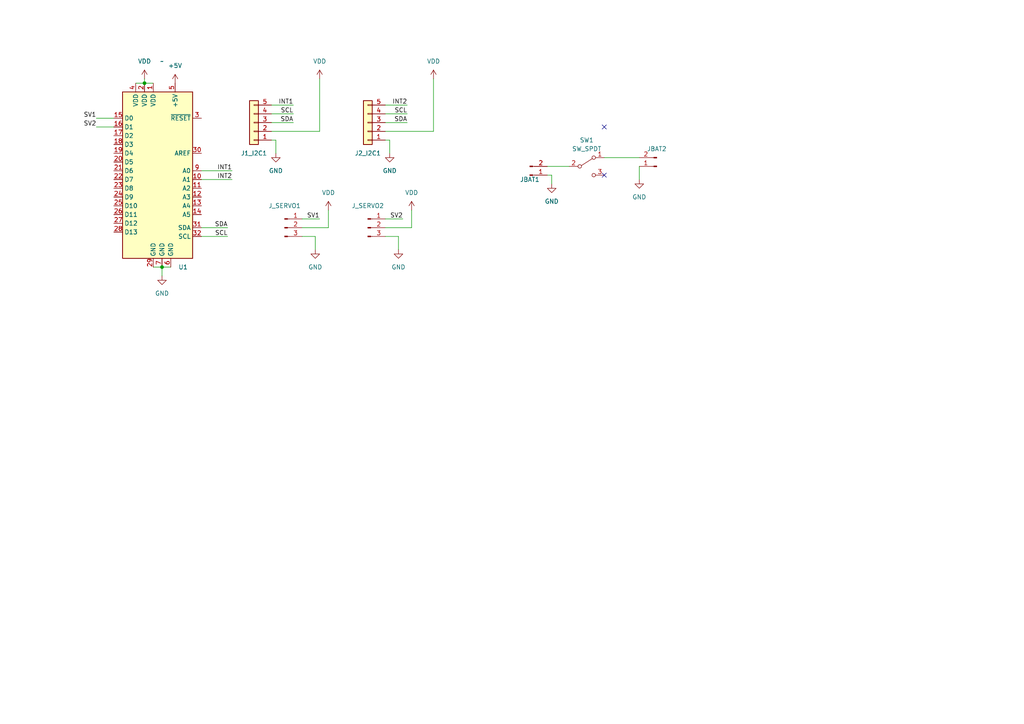
<source format=kicad_sch>
(kicad_sch (version 20230121) (generator eeschema)

  (uuid 6e4ea22b-e48d-4eca-8e34-9f313fbd2b29)

  (paper "A4")

  (lib_symbols
    (symbol "Build2Together:NRF52840_DK" (in_bom yes) (on_board yes)
      (property "Reference" "U" (at 0 6.35 0)
        (effects (font (size 1.27 1.27)))
      )
      (property "Value" "" (at 0 0 0)
        (effects (font (size 1.27 1.27)))
      )
      (property "Footprint" "" (at 0 0 0)
        (effects (font (size 1.27 1.27)) hide)
      )
      (property "Datasheet" "" (at 0 0 0)
        (effects (font (size 1.27 1.27)) hide)
      )
      (symbol "NRF52840_DK_0_1"
        (rectangle (start -11.43 -8.89) (end 8.89 -57.15)
          (stroke (width 0.254) (type default))
          (fill (type background))
        )
      )
      (symbol "NRF52840_DK_1_1"
        (pin power_out line (at -2.54 -6.35 270) (length 2.54)
          (name "VDD" (effects (font (size 1.27 1.27))))
          (number "1" (effects (font (size 1.27 1.27))))
        )
        (pin bidirectional line (at 11.43 -34.29 180) (length 2.54)
          (name "A1" (effects (font (size 1.27 1.27))))
          (number "10" (effects (font (size 1.27 1.27))))
        )
        (pin bidirectional line (at 11.43 -36.83 180) (length 2.54)
          (name "A2" (effects (font (size 1.27 1.27))))
          (number "11" (effects (font (size 1.27 1.27))))
        )
        (pin bidirectional line (at 11.43 -39.37 180) (length 2.54)
          (name "A3" (effects (font (size 1.27 1.27))))
          (number "12" (effects (font (size 1.27 1.27))))
        )
        (pin bidirectional line (at 11.43 -41.91 180) (length 2.54)
          (name "A4" (effects (font (size 1.27 1.27))))
          (number "13" (effects (font (size 1.27 1.27))))
        )
        (pin bidirectional line (at 11.43 -44.45 180) (length 2.54)
          (name "A5" (effects (font (size 1.27 1.27))))
          (number "14" (effects (font (size 1.27 1.27))))
        )
        (pin bidirectional line (at -13.97 -16.51 0) (length 2.54)
          (name "D0" (effects (font (size 1.27 1.27))))
          (number "15" (effects (font (size 1.27 1.27))))
        )
        (pin bidirectional line (at -13.97 -19.05 0) (length 2.54)
          (name "D1" (effects (font (size 1.27 1.27))))
          (number "16" (effects (font (size 1.27 1.27))))
        )
        (pin bidirectional line (at -13.97 -21.59 0) (length 2.54)
          (name "D2" (effects (font (size 1.27 1.27))))
          (number "17" (effects (font (size 1.27 1.27))))
        )
        (pin bidirectional line (at -13.97 -24.13 0) (length 2.54)
          (name "D3" (effects (font (size 1.27 1.27))))
          (number "18" (effects (font (size 1.27 1.27))))
        )
        (pin bidirectional line (at -13.97 -26.67 0) (length 2.54)
          (name "D4" (effects (font (size 1.27 1.27))))
          (number "19" (effects (font (size 1.27 1.27))))
        )
        (pin power_out line (at -5.08 -6.35 270) (length 2.54)
          (name "VDD" (effects (font (size 1.27 1.27))))
          (number "2" (effects (font (size 1.27 1.27))))
        )
        (pin bidirectional line (at -13.97 -29.21 0) (length 2.54)
          (name "D5" (effects (font (size 1.27 1.27))))
          (number "20" (effects (font (size 1.27 1.27))))
        )
        (pin bidirectional line (at -13.97 -31.75 0) (length 2.54)
          (name "D6" (effects (font (size 1.27 1.27))))
          (number "21" (effects (font (size 1.27 1.27))))
        )
        (pin bidirectional line (at -13.97 -34.29 0) (length 2.54)
          (name "D7" (effects (font (size 1.27 1.27))))
          (number "22" (effects (font (size 1.27 1.27))))
        )
        (pin bidirectional line (at -13.97 -36.83 0) (length 2.54)
          (name "D8" (effects (font (size 1.27 1.27))))
          (number "23" (effects (font (size 1.27 1.27))))
        )
        (pin bidirectional line (at -13.97 -39.37 0) (length 2.54)
          (name "D9" (effects (font (size 1.27 1.27))))
          (number "24" (effects (font (size 1.27 1.27))))
        )
        (pin bidirectional line (at -13.97 -41.91 0) (length 2.54)
          (name "D10" (effects (font (size 1.27 1.27))))
          (number "25" (effects (font (size 1.27 1.27))))
        )
        (pin bidirectional line (at -13.97 -44.45 0) (length 2.54)
          (name "D11" (effects (font (size 1.27 1.27))))
          (number "26" (effects (font (size 1.27 1.27))))
        )
        (pin bidirectional line (at -13.97 -46.99 0) (length 2.54)
          (name "D12" (effects (font (size 1.27 1.27))))
          (number "27" (effects (font (size 1.27 1.27))))
        )
        (pin bidirectional line (at -13.97 -49.53 0) (length 2.54)
          (name "D13" (effects (font (size 1.27 1.27))))
          (number "28" (effects (font (size 1.27 1.27))))
        )
        (pin power_in line (at -2.54 -59.69 90) (length 2.54)
          (name "GND" (effects (font (size 1.27 1.27))))
          (number "29" (effects (font (size 1.27 1.27))))
        )
        (pin input line (at 11.43 -16.51 180) (length 2.54)
          (name "~{RESET}" (effects (font (size 1.27 1.27))))
          (number "3" (effects (font (size 1.27 1.27))))
        )
        (pin input line (at 11.43 -26.67 180) (length 2.54)
          (name "AREF" (effects (font (size 1.27 1.27))))
          (number "30" (effects (font (size 1.27 1.27))))
        )
        (pin bidirectional line (at 11.43 -48.26 180) (length 2.54)
          (name "SDA" (effects (font (size 1.27 1.27))))
          (number "31" (effects (font (size 1.27 1.27))))
        )
        (pin bidirectional line (at 11.43 -50.8 180) (length 2.54)
          (name "SCL" (effects (font (size 1.27 1.27))))
          (number "32" (effects (font (size 1.27 1.27))))
        )
        (pin power_out line (at -7.62 -6.35 270) (length 2.54)
          (name "VDD" (effects (font (size 1.27 1.27))))
          (number "4" (effects (font (size 1.27 1.27))))
        )
        (pin power_out line (at 3.81 -6.35 270) (length 2.54)
          (name "+5V" (effects (font (size 1.27 1.27))))
          (number "5" (effects (font (size 1.27 1.27))))
        )
        (pin power_in line (at 2.54 -59.69 90) (length 2.54)
          (name "GND" (effects (font (size 1.27 1.27))))
          (number "6" (effects (font (size 1.27 1.27))))
        )
        (pin power_in line (at 0 -59.69 90) (length 2.54)
          (name "GND" (effects (font (size 1.27 1.27))))
          (number "7" (effects (font (size 1.27 1.27))))
        )
        (pin no_connect line (at -11.43 -53.34 0) (length 2.54) hide
          (name "NC" (effects (font (size 1.27 1.27))))
          (number "8" (effects (font (size 1.27 1.27))))
        )
        (pin bidirectional line (at 11.43 -31.75 180) (length 2.54)
          (name "A0" (effects (font (size 1.27 1.27))))
          (number "9" (effects (font (size 1.27 1.27))))
        )
      )
    )
    (symbol "Connector:Conn_01x02_Pin" (pin_names (offset 1.016) hide) (in_bom yes) (on_board yes)
      (property "Reference" "J" (at 0 2.54 0)
        (effects (font (size 1.27 1.27)))
      )
      (property "Value" "Conn_01x02_Pin" (at 0 -5.08 0)
        (effects (font (size 1.27 1.27)))
      )
      (property "Footprint" "" (at 0 0 0)
        (effects (font (size 1.27 1.27)) hide)
      )
      (property "Datasheet" "~" (at 0 0 0)
        (effects (font (size 1.27 1.27)) hide)
      )
      (property "ki_locked" "" (at 0 0 0)
        (effects (font (size 1.27 1.27)))
      )
      (property "ki_keywords" "connector" (at 0 0 0)
        (effects (font (size 1.27 1.27)) hide)
      )
      (property "ki_description" "Generic connector, single row, 01x02, script generated" (at 0 0 0)
        (effects (font (size 1.27 1.27)) hide)
      )
      (property "ki_fp_filters" "Connector*:*_1x??_*" (at 0 0 0)
        (effects (font (size 1.27 1.27)) hide)
      )
      (symbol "Conn_01x02_Pin_1_1"
        (polyline
          (pts
            (xy 1.27 -2.54)
            (xy 0.8636 -2.54)
          )
          (stroke (width 0.1524) (type default))
          (fill (type none))
        )
        (polyline
          (pts
            (xy 1.27 0)
            (xy 0.8636 0)
          )
          (stroke (width 0.1524) (type default))
          (fill (type none))
        )
        (rectangle (start 0.8636 -2.413) (end 0 -2.667)
          (stroke (width 0.1524) (type default))
          (fill (type outline))
        )
        (rectangle (start 0.8636 0.127) (end 0 -0.127)
          (stroke (width 0.1524) (type default))
          (fill (type outline))
        )
        (pin passive line (at 5.08 0 180) (length 3.81)
          (name "Pin_1" (effects (font (size 1.27 1.27))))
          (number "1" (effects (font (size 1.27 1.27))))
        )
        (pin passive line (at 5.08 -2.54 180) (length 3.81)
          (name "Pin_2" (effects (font (size 1.27 1.27))))
          (number "2" (effects (font (size 1.27 1.27))))
        )
      )
    )
    (symbol "Connector:Conn_01x03_Pin" (pin_names (offset 1.016) hide) (in_bom yes) (on_board yes)
      (property "Reference" "J" (at 0 5.08 0)
        (effects (font (size 1.27 1.27)))
      )
      (property "Value" "Conn_01x03_Pin" (at 0 -5.08 0)
        (effects (font (size 1.27 1.27)))
      )
      (property "Footprint" "" (at 0 0 0)
        (effects (font (size 1.27 1.27)) hide)
      )
      (property "Datasheet" "~" (at 0 0 0)
        (effects (font (size 1.27 1.27)) hide)
      )
      (property "ki_locked" "" (at 0 0 0)
        (effects (font (size 1.27 1.27)))
      )
      (property "ki_keywords" "connector" (at 0 0 0)
        (effects (font (size 1.27 1.27)) hide)
      )
      (property "ki_description" "Generic connector, single row, 01x03, script generated" (at 0 0 0)
        (effects (font (size 1.27 1.27)) hide)
      )
      (property "ki_fp_filters" "Connector*:*_1x??_*" (at 0 0 0)
        (effects (font (size 1.27 1.27)) hide)
      )
      (symbol "Conn_01x03_Pin_1_1"
        (polyline
          (pts
            (xy 1.27 -2.54)
            (xy 0.8636 -2.54)
          )
          (stroke (width 0.1524) (type default))
          (fill (type none))
        )
        (polyline
          (pts
            (xy 1.27 0)
            (xy 0.8636 0)
          )
          (stroke (width 0.1524) (type default))
          (fill (type none))
        )
        (polyline
          (pts
            (xy 1.27 2.54)
            (xy 0.8636 2.54)
          )
          (stroke (width 0.1524) (type default))
          (fill (type none))
        )
        (rectangle (start 0.8636 -2.413) (end 0 -2.667)
          (stroke (width 0.1524) (type default))
          (fill (type outline))
        )
        (rectangle (start 0.8636 0.127) (end 0 -0.127)
          (stroke (width 0.1524) (type default))
          (fill (type outline))
        )
        (rectangle (start 0.8636 2.667) (end 0 2.413)
          (stroke (width 0.1524) (type default))
          (fill (type outline))
        )
        (pin passive line (at 5.08 2.54 180) (length 3.81)
          (name "Pin_1" (effects (font (size 1.27 1.27))))
          (number "1" (effects (font (size 1.27 1.27))))
        )
        (pin passive line (at 5.08 0 180) (length 3.81)
          (name "Pin_2" (effects (font (size 1.27 1.27))))
          (number "2" (effects (font (size 1.27 1.27))))
        )
        (pin passive line (at 5.08 -2.54 180) (length 3.81)
          (name "Pin_3" (effects (font (size 1.27 1.27))))
          (number "3" (effects (font (size 1.27 1.27))))
        )
      )
    )
    (symbol "Connector_Generic:Conn_01x05" (pin_names (offset 1.016) hide) (in_bom yes) (on_board yes)
      (property "Reference" "J" (at 0 7.62 0)
        (effects (font (size 1.27 1.27)))
      )
      (property "Value" "Conn_01x05" (at 0 -7.62 0)
        (effects (font (size 1.27 1.27)))
      )
      (property "Footprint" "" (at 0 0 0)
        (effects (font (size 1.27 1.27)) hide)
      )
      (property "Datasheet" "~" (at 0 0 0)
        (effects (font (size 1.27 1.27)) hide)
      )
      (property "ki_keywords" "connector" (at 0 0 0)
        (effects (font (size 1.27 1.27)) hide)
      )
      (property "ki_description" "Generic connector, single row, 01x05, script generated (kicad-library-utils/schlib/autogen/connector/)" (at 0 0 0)
        (effects (font (size 1.27 1.27)) hide)
      )
      (property "ki_fp_filters" "Connector*:*_1x??_*" (at 0 0 0)
        (effects (font (size 1.27 1.27)) hide)
      )
      (symbol "Conn_01x05_1_1"
        (rectangle (start -1.27 -4.953) (end 0 -5.207)
          (stroke (width 0.1524) (type default))
          (fill (type none))
        )
        (rectangle (start -1.27 -2.413) (end 0 -2.667)
          (stroke (width 0.1524) (type default))
          (fill (type none))
        )
        (rectangle (start -1.27 0.127) (end 0 -0.127)
          (stroke (width 0.1524) (type default))
          (fill (type none))
        )
        (rectangle (start -1.27 2.667) (end 0 2.413)
          (stroke (width 0.1524) (type default))
          (fill (type none))
        )
        (rectangle (start -1.27 5.207) (end 0 4.953)
          (stroke (width 0.1524) (type default))
          (fill (type none))
        )
        (rectangle (start -1.27 6.35) (end 1.27 -6.35)
          (stroke (width 0.254) (type default))
          (fill (type background))
        )
        (pin passive line (at -5.08 5.08 0) (length 3.81)
          (name "Pin_1" (effects (font (size 1.27 1.27))))
          (number "1" (effects (font (size 1.27 1.27))))
        )
        (pin passive line (at -5.08 2.54 0) (length 3.81)
          (name "Pin_2" (effects (font (size 1.27 1.27))))
          (number "2" (effects (font (size 1.27 1.27))))
        )
        (pin passive line (at -5.08 0 0) (length 3.81)
          (name "Pin_3" (effects (font (size 1.27 1.27))))
          (number "3" (effects (font (size 1.27 1.27))))
        )
        (pin passive line (at -5.08 -2.54 0) (length 3.81)
          (name "Pin_4" (effects (font (size 1.27 1.27))))
          (number "4" (effects (font (size 1.27 1.27))))
        )
        (pin passive line (at -5.08 -5.08 0) (length 3.81)
          (name "Pin_5" (effects (font (size 1.27 1.27))))
          (number "5" (effects (font (size 1.27 1.27))))
        )
      )
    )
    (symbol "Switch:SW_SPDT" (pin_names (offset 0) hide) (in_bom yes) (on_board yes)
      (property "Reference" "SW" (at 0 4.318 0)
        (effects (font (size 1.27 1.27)))
      )
      (property "Value" "SW_SPDT" (at 0 -5.08 0)
        (effects (font (size 1.27 1.27)))
      )
      (property "Footprint" "" (at 0 0 0)
        (effects (font (size 1.27 1.27)) hide)
      )
      (property "Datasheet" "~" (at 0 0 0)
        (effects (font (size 1.27 1.27)) hide)
      )
      (property "ki_keywords" "switch single-pole double-throw spdt ON-ON" (at 0 0 0)
        (effects (font (size 1.27 1.27)) hide)
      )
      (property "ki_description" "Switch, single pole double throw" (at 0 0 0)
        (effects (font (size 1.27 1.27)) hide)
      )
      (symbol "SW_SPDT_0_0"
        (circle (center -2.032 0) (radius 0.508)
          (stroke (width 0) (type default))
          (fill (type none))
        )
        (circle (center 2.032 -2.54) (radius 0.508)
          (stroke (width 0) (type default))
          (fill (type none))
        )
      )
      (symbol "SW_SPDT_0_1"
        (polyline
          (pts
            (xy -1.524 0.254)
            (xy 1.651 2.286)
          )
          (stroke (width 0) (type default))
          (fill (type none))
        )
        (circle (center 2.032 2.54) (radius 0.508)
          (stroke (width 0) (type default))
          (fill (type none))
        )
      )
      (symbol "SW_SPDT_1_1"
        (pin passive line (at 5.08 2.54 180) (length 2.54)
          (name "A" (effects (font (size 1.27 1.27))))
          (number "1" (effects (font (size 1.27 1.27))))
        )
        (pin passive line (at -5.08 0 0) (length 2.54)
          (name "B" (effects (font (size 1.27 1.27))))
          (number "2" (effects (font (size 1.27 1.27))))
        )
        (pin passive line (at 5.08 -2.54 180) (length 2.54)
          (name "C" (effects (font (size 1.27 1.27))))
          (number "3" (effects (font (size 1.27 1.27))))
        )
      )
    )
    (symbol "power:+5V" (power) (pin_names (offset 0)) (in_bom yes) (on_board yes)
      (property "Reference" "#PWR" (at 0 -3.81 0)
        (effects (font (size 1.27 1.27)) hide)
      )
      (property "Value" "+5V" (at 0 3.556 0)
        (effects (font (size 1.27 1.27)))
      )
      (property "Footprint" "" (at 0 0 0)
        (effects (font (size 1.27 1.27)) hide)
      )
      (property "Datasheet" "" (at 0 0 0)
        (effects (font (size 1.27 1.27)) hide)
      )
      (property "ki_keywords" "global power" (at 0 0 0)
        (effects (font (size 1.27 1.27)) hide)
      )
      (property "ki_description" "Power symbol creates a global label with name \"+5V\"" (at 0 0 0)
        (effects (font (size 1.27 1.27)) hide)
      )
      (symbol "+5V_0_1"
        (polyline
          (pts
            (xy -0.762 1.27)
            (xy 0 2.54)
          )
          (stroke (width 0) (type default))
          (fill (type none))
        )
        (polyline
          (pts
            (xy 0 0)
            (xy 0 2.54)
          )
          (stroke (width 0) (type default))
          (fill (type none))
        )
        (polyline
          (pts
            (xy 0 2.54)
            (xy 0.762 1.27)
          )
          (stroke (width 0) (type default))
          (fill (type none))
        )
      )
      (symbol "+5V_1_1"
        (pin power_in line (at 0 0 90) (length 0) hide
          (name "+5V" (effects (font (size 1.27 1.27))))
          (number "1" (effects (font (size 1.27 1.27))))
        )
      )
    )
    (symbol "power:GND" (power) (pin_names (offset 0)) (in_bom yes) (on_board yes)
      (property "Reference" "#PWR" (at 0 -6.35 0)
        (effects (font (size 1.27 1.27)) hide)
      )
      (property "Value" "GND" (at 0 -3.81 0)
        (effects (font (size 1.27 1.27)))
      )
      (property "Footprint" "" (at 0 0 0)
        (effects (font (size 1.27 1.27)) hide)
      )
      (property "Datasheet" "" (at 0 0 0)
        (effects (font (size 1.27 1.27)) hide)
      )
      (property "ki_keywords" "global power" (at 0 0 0)
        (effects (font (size 1.27 1.27)) hide)
      )
      (property "ki_description" "Power symbol creates a global label with name \"GND\" , ground" (at 0 0 0)
        (effects (font (size 1.27 1.27)) hide)
      )
      (symbol "GND_0_1"
        (polyline
          (pts
            (xy 0 0)
            (xy 0 -1.27)
            (xy 1.27 -1.27)
            (xy 0 -2.54)
            (xy -1.27 -1.27)
            (xy 0 -1.27)
          )
          (stroke (width 0) (type default))
          (fill (type none))
        )
      )
      (symbol "GND_1_1"
        (pin power_in line (at 0 0 270) (length 0) hide
          (name "GND" (effects (font (size 1.27 1.27))))
          (number "1" (effects (font (size 1.27 1.27))))
        )
      )
    )
    (symbol "power:VDD" (power) (pin_names (offset 0)) (in_bom yes) (on_board yes)
      (property "Reference" "#PWR" (at 0 -3.81 0)
        (effects (font (size 1.27 1.27)) hide)
      )
      (property "Value" "VDD" (at 0 3.81 0)
        (effects (font (size 1.27 1.27)))
      )
      (property "Footprint" "" (at 0 0 0)
        (effects (font (size 1.27 1.27)) hide)
      )
      (property "Datasheet" "" (at 0 0 0)
        (effects (font (size 1.27 1.27)) hide)
      )
      (property "ki_keywords" "global power" (at 0 0 0)
        (effects (font (size 1.27 1.27)) hide)
      )
      (property "ki_description" "Power symbol creates a global label with name \"VDD\"" (at 0 0 0)
        (effects (font (size 1.27 1.27)) hide)
      )
      (symbol "VDD_0_1"
        (polyline
          (pts
            (xy -0.762 1.27)
            (xy 0 2.54)
          )
          (stroke (width 0) (type default))
          (fill (type none))
        )
        (polyline
          (pts
            (xy 0 0)
            (xy 0 2.54)
          )
          (stroke (width 0) (type default))
          (fill (type none))
        )
        (polyline
          (pts
            (xy 0 2.54)
            (xy 0.762 1.27)
          )
          (stroke (width 0) (type default))
          (fill (type none))
        )
      )
      (symbol "VDD_1_1"
        (pin power_in line (at 0 0 90) (length 0) hide
          (name "VDD" (effects (font (size 1.27 1.27))))
          (number "1" (effects (font (size 1.27 1.27))))
        )
      )
    )
  )

  (junction (at 41.91 24.13) (diameter 0) (color 0 0 0 0)
    (uuid 3d34fcde-48fc-4491-bc67-01d528586333)
  )
  (junction (at 46.99 77.47) (diameter 0) (color 0 0 0 0)
    (uuid 9a841edc-4a9f-4047-bd8a-9bc6ddb090b6)
  )

  (no_connect (at 175.26 36.83) (uuid b9f3ce57-b053-4e52-a1c5-c18621485f42))
  (no_connect (at 175.26 50.8) (uuid c79dbfbf-4de9-461a-93fd-cfa223d14525))

  (wire (pts (xy 125.73 22.86) (xy 125.73 38.1))
    (stroke (width 0) (type default))
    (uuid 1230f893-710b-4ab3-9c27-973c51b73dc8)
  )
  (wire (pts (xy 119.38 60.96) (xy 119.38 66.04))
    (stroke (width 0) (type default))
    (uuid 1abbcda2-dfec-4a5d-a37d-2528a89977e8)
  )
  (wire (pts (xy 175.26 45.72) (xy 185.42 45.72))
    (stroke (width 0) (type default))
    (uuid 221df3e8-196a-4152-810e-ff95b2e135e6)
  )
  (wire (pts (xy 39.37 24.13) (xy 41.91 24.13))
    (stroke (width 0) (type default))
    (uuid 273be515-42c7-408f-9099-aa54a9342c6d)
  )
  (wire (pts (xy 87.63 63.5) (xy 92.71 63.5))
    (stroke (width 0) (type default))
    (uuid 2cbb7686-8d75-4113-9679-d6d59fc14644)
  )
  (wire (pts (xy 46.99 77.47) (xy 46.99 80.01))
    (stroke (width 0) (type default))
    (uuid 2e99d5b2-6eed-415d-8cff-6f810c2e60e7)
  )
  (wire (pts (xy 111.76 66.04) (xy 119.38 66.04))
    (stroke (width 0) (type default))
    (uuid 3822c3cf-e1e6-4cbc-ace4-e9d08127b4ae)
  )
  (wire (pts (xy 158.75 48.26) (xy 165.1 48.26))
    (stroke (width 0) (type default))
    (uuid 469369ae-d8fd-4ba6-b7cf-40567c8194b8)
  )
  (wire (pts (xy 87.63 68.58) (xy 91.44 68.58))
    (stroke (width 0) (type default))
    (uuid 4a5cfe97-dfbb-4604-b9a5-d91c80533178)
  )
  (wire (pts (xy 27.94 34.29) (xy 33.02 34.29))
    (stroke (width 0) (type default))
    (uuid 4ec4632d-1d34-402e-9c40-3bb0d1873070)
  )
  (wire (pts (xy 91.44 68.58) (xy 91.44 72.39))
    (stroke (width 0) (type default))
    (uuid 53c59673-cc5c-4639-99aa-b7733abef00f)
  )
  (wire (pts (xy 58.42 66.04) (xy 66.04 66.04))
    (stroke (width 0) (type default))
    (uuid 56a3c2a0-494a-45e9-b158-359f2ddc0186)
  )
  (wire (pts (xy 185.42 48.26) (xy 185.42 52.07))
    (stroke (width 0) (type default))
    (uuid 60cc4ccc-beb9-4170-8d30-2f3b91ae9c3b)
  )
  (wire (pts (xy 78.74 30.48) (xy 85.09 30.48))
    (stroke (width 0) (type default))
    (uuid 6b3a1af5-291a-41c8-82c8-828b9e17e262)
  )
  (wire (pts (xy 113.03 40.64) (xy 113.03 44.45))
    (stroke (width 0) (type default))
    (uuid 6daa7f2d-5466-465e-8902-73220404e45f)
  )
  (wire (pts (xy 111.76 35.56) (xy 118.11 35.56))
    (stroke (width 0) (type default))
    (uuid 6f9ec9ef-ecfb-4d60-9f09-ac504e818c3a)
  )
  (wire (pts (xy 78.74 33.02) (xy 85.09 33.02))
    (stroke (width 0) (type default))
    (uuid 7269bafc-944e-44f3-9a8c-402cc37cd283)
  )
  (wire (pts (xy 58.42 68.58) (xy 66.04 68.58))
    (stroke (width 0) (type default))
    (uuid 7272847a-65c8-404e-9538-d7d0ecef7b32)
  )
  (wire (pts (xy 27.94 36.83) (xy 33.02 36.83))
    (stroke (width 0) (type default))
    (uuid 76ce56a8-80a8-4f97-8565-ff0620ccef11)
  )
  (wire (pts (xy 78.74 40.64) (xy 80.01 40.64))
    (stroke (width 0) (type default))
    (uuid 7c5ec7c4-ff3b-4d7d-a50a-2732ce008475)
  )
  (wire (pts (xy 87.63 66.04) (xy 95.25 66.04))
    (stroke (width 0) (type default))
    (uuid 8fd58cbf-84a9-440e-9fdc-2590898088b8)
  )
  (wire (pts (xy 92.71 22.86) (xy 92.71 38.1))
    (stroke (width 0) (type default))
    (uuid 8fea62d9-9b20-44f4-8c35-b86be64d308d)
  )
  (wire (pts (xy 78.74 35.56) (xy 85.09 35.56))
    (stroke (width 0) (type default))
    (uuid 935f4ec5-a16b-4fb6-9612-05b0a8a389a8)
  )
  (wire (pts (xy 115.57 68.58) (xy 115.57 72.39))
    (stroke (width 0) (type default))
    (uuid 968ea4cc-bd7d-4601-a31b-c32ccb912720)
  )
  (wire (pts (xy 160.02 50.8) (xy 160.02 53.34))
    (stroke (width 0) (type default))
    (uuid a8768d36-f958-4225-a041-45f7b2cff7ea)
  )
  (wire (pts (xy 158.75 50.8) (xy 160.02 50.8))
    (stroke (width 0) (type default))
    (uuid ac5d83e3-d5f4-4112-9c01-016b4c8f98c5)
  )
  (wire (pts (xy 58.42 52.07) (xy 67.31 52.07))
    (stroke (width 0) (type default))
    (uuid b21c9e17-dcd2-4f51-8a63-44c2f63b98a2)
  )
  (wire (pts (xy 44.45 77.47) (xy 46.99 77.47))
    (stroke (width 0) (type default))
    (uuid b27d12db-c976-4158-8bbd-566fc97f2783)
  )
  (wire (pts (xy 78.74 38.1) (xy 92.71 38.1))
    (stroke (width 0) (type default))
    (uuid bd31267d-03b7-43ed-b97e-e08fa2b24d91)
  )
  (wire (pts (xy 95.25 60.96) (xy 95.25 66.04))
    (stroke (width 0) (type default))
    (uuid bdec4b7c-561b-4847-bca6-2a8a7cb91822)
  )
  (wire (pts (xy 58.42 49.53) (xy 67.31 49.53))
    (stroke (width 0) (type default))
    (uuid cb13b4b9-2733-4d97-8fc7-25e6d9820006)
  )
  (wire (pts (xy 41.91 24.13) (xy 44.45 24.13))
    (stroke (width 0) (type default))
    (uuid ce8dd985-3b91-4271-bf1e-2878d0779280)
  )
  (wire (pts (xy 80.01 40.64) (xy 80.01 44.45))
    (stroke (width 0) (type default))
    (uuid d3baeaf4-87b0-4b17-9c63-f91fc4201c1d)
  )
  (wire (pts (xy 46.99 77.47) (xy 49.53 77.47))
    (stroke (width 0) (type default))
    (uuid d4fb6104-c6e8-4f0a-88d0-a17e1b79eb1b)
  )
  (wire (pts (xy 111.76 30.48) (xy 118.11 30.48))
    (stroke (width 0) (type default))
    (uuid d6e415da-ef2c-4f22-b3fd-a1102ea4e1c8)
  )
  (wire (pts (xy 111.76 68.58) (xy 115.57 68.58))
    (stroke (width 0) (type default))
    (uuid d8c168e2-d50c-4941-99c9-b9aa1b2ebdfe)
  )
  (wire (pts (xy 111.76 38.1) (xy 125.73 38.1))
    (stroke (width 0) (type default))
    (uuid e407d240-7a0d-455a-8944-f983f5c3e617)
  )
  (wire (pts (xy 111.76 63.5) (xy 116.84 63.5))
    (stroke (width 0) (type default))
    (uuid e6860afe-60c0-4599-aef6-31c14a8d2d13)
  )
  (wire (pts (xy 41.91 22.86) (xy 41.91 24.13))
    (stroke (width 0) (type default))
    (uuid ec12a7b6-eb6d-48aa-b7c0-5a1cfacc85c5)
  )
  (wire (pts (xy 111.76 40.64) (xy 113.03 40.64))
    (stroke (width 0) (type default))
    (uuid f017f99e-a294-491b-a27e-0169bd2c6c2f)
  )
  (wire (pts (xy 111.76 33.02) (xy 118.11 33.02))
    (stroke (width 0) (type default))
    (uuid f2c020a2-3b93-4943-8de0-05fea82b0fb3)
  )

  (label "SV1" (at 92.71 63.5 180) (fields_autoplaced)
    (effects (font (size 1.27 1.27)) (justify right bottom))
    (uuid 20240957-b31d-4983-8e1b-85cdd3fda665)
  )
  (label "SDA" (at 66.04 66.04 180) (fields_autoplaced)
    (effects (font (size 1.27 1.27)) (justify right bottom))
    (uuid 30a13f3c-697b-4dc4-a502-49e52ab1bb3a)
  )
  (label "SCL" (at 85.09 33.02 180) (fields_autoplaced)
    (effects (font (size 1.27 1.27)) (justify right bottom))
    (uuid 5e997894-bd28-49f0-8aec-c54b341fe8e1)
  )
  (label "SCL" (at 118.11 33.02 180) (fields_autoplaced)
    (effects (font (size 1.27 1.27)) (justify right bottom))
    (uuid 73faa3db-3d22-47e2-b7fb-b0856d3aab41)
  )
  (label "INT1" (at 67.31 49.53 180) (fields_autoplaced)
    (effects (font (size 1.27 1.27)) (justify right bottom))
    (uuid 78632d27-2962-46c0-b993-b8039443ec0f)
  )
  (label "SCL" (at 66.04 68.58 180) (fields_autoplaced)
    (effects (font (size 1.27 1.27)) (justify right bottom))
    (uuid 84cbb4c5-b336-4278-b330-789dae843347)
  )
  (label "SDA" (at 118.11 35.56 180) (fields_autoplaced)
    (effects (font (size 1.27 1.27)) (justify right bottom))
    (uuid 97ab91f4-4c41-44be-b1fe-85971b97a422)
  )
  (label "INT2" (at 118.11 30.48 180) (fields_autoplaced)
    (effects (font (size 1.27 1.27)) (justify right bottom))
    (uuid 98c1701e-a9c0-4304-98e9-c1f41b656328)
  )
  (label "SV1" (at 27.94 34.29 180) (fields_autoplaced)
    (effects (font (size 1.27 1.27)) (justify right bottom))
    (uuid 9f28a85b-40e6-41ed-9739-2d2b9ce4e80b)
  )
  (label "SV2" (at 116.84 63.5 180) (fields_autoplaced)
    (effects (font (size 1.27 1.27)) (justify right bottom))
    (uuid b8c18bc9-2876-48a9-acf9-38d618976117)
  )
  (label "INT1" (at 85.09 30.48 180) (fields_autoplaced)
    (effects (font (size 1.27 1.27)) (justify right bottom))
    (uuid cafb1b7b-3a58-4f97-b4ff-8838740faaca)
  )
  (label "INT2" (at 67.31 52.07 180) (fields_autoplaced)
    (effects (font (size 1.27 1.27)) (justify right bottom))
    (uuid d0541b28-3487-4801-9df0-915347bbd92d)
  )
  (label "SV2" (at 27.94 36.83 180) (fields_autoplaced)
    (effects (font (size 1.27 1.27)) (justify right bottom))
    (uuid e6a3f95d-d8ba-4a42-acc1-7cc1dc864518)
  )
  (label "SDA" (at 85.09 35.56 180) (fields_autoplaced)
    (effects (font (size 1.27 1.27)) (justify right bottom))
    (uuid f87df551-d3e8-4c0c-b8ad-abf7120c6641)
  )

  (symbol (lib_id "power:GND") (at 185.42 52.07 0) (unit 1)
    (in_bom yes) (on_board yes) (dnp no) (fields_autoplaced)
    (uuid 2d6ceaef-c9ed-4b1a-86eb-2fbf3c4cddcb)
    (property "Reference" "#PWR012" (at 185.42 58.42 0)
      (effects (font (size 1.27 1.27)) hide)
    )
    (property "Value" "GND" (at 185.42 57.15 0)
      (effects (font (size 1.27 1.27)))
    )
    (property "Footprint" "" (at 185.42 52.07 0)
      (effects (font (size 1.27 1.27)) hide)
    )
    (property "Datasheet" "" (at 185.42 52.07 0)
      (effects (font (size 1.27 1.27)) hide)
    )
    (pin "1" (uuid 04ab962f-c0b0-47ab-92b0-3d31e599b1ca))
    (instances
      (project "Nordic_PCB"
        (path "/6e4ea22b-e48d-4eca-8e34-9f313fbd2b29"
          (reference "#PWR012") (unit 1)
        )
      )
    )
  )

  (symbol (lib_id "Connector_Generic:Conn_01x05") (at 73.66 35.56 180) (unit 1)
    (in_bom yes) (on_board yes) (dnp no)
    (uuid 30c289b1-a7aa-4eb3-a16a-cd4546486965)
    (property "Reference" "J1_I2C1" (at 73.66 44.45 0)
      (effects (font (size 1.27 1.27)))
    )
    (property "Value" "Conn_01x05" (at 73.66 45.72 0)
      (effects (font (size 1.27 1.27)) hide)
    )
    (property "Footprint" "Connector_JST:JST_XH_S5B-XH-A_1x05_P2.50mm_Horizontal" (at 73.66 35.56 0)
      (effects (font (size 1.27 1.27)) hide)
    )
    (property "Datasheet" "~" (at 73.66 35.56 0)
      (effects (font (size 1.27 1.27)) hide)
    )
    (pin "3" (uuid 3dfe690a-bee9-4287-b5d3-a945b9d39293))
    (pin "5" (uuid f96ea7b7-cbc1-4c88-bd5d-b7a919d00d9a))
    (pin "1" (uuid 743c8439-ac46-48ed-ac4b-514fcac8a1fa))
    (pin "4" (uuid 12378cb3-7e98-495c-b488-5149e43f0444))
    (pin "2" (uuid 570a131a-b4a7-467d-8f7f-dbd0ff45fd9b))
    (instances
      (project "Nordic_PCB"
        (path "/6e4ea22b-e48d-4eca-8e34-9f313fbd2b29"
          (reference "J1_I2C1") (unit 1)
        )
      )
    )
  )

  (symbol (lib_id "Connector:Conn_01x03_Pin") (at 106.68 66.04 0) (unit 1)
    (in_bom yes) (on_board yes) (dnp no)
    (uuid 4bd38599-8878-4575-9436-fb52ca541db4)
    (property "Reference" "J_SERVO2" (at 106.68 59.69 0)
      (effects (font (size 1.27 1.27)))
    )
    (property "Value" "Conn_01x03_Pin" (at 107.315 60.96 0)
      (effects (font (size 1.27 1.27)) hide)
    )
    (property "Footprint" "Connector_PinHeader_2.54mm:PinHeader_1x03_P2.54mm_Horizontal" (at 106.68 66.04 0)
      (effects (font (size 1.27 1.27)) hide)
    )
    (property "Datasheet" "~" (at 106.68 66.04 0)
      (effects (font (size 1.27 1.27)) hide)
    )
    (pin "3" (uuid 1930a5b3-8344-4c33-ba5c-223845b04b17))
    (pin "2" (uuid 69b151cc-f7a2-4d70-8b0e-68566bc01281))
    (pin "1" (uuid 33836f9c-de96-4595-9a89-025d09370376))
    (instances
      (project "Nordic_PCB"
        (path "/6e4ea22b-e48d-4eca-8e34-9f313fbd2b29"
          (reference "J_SERVO2") (unit 1)
        )
      )
    )
  )

  (symbol (lib_id "power:+5V") (at 50.8 24.13 0) (unit 1)
    (in_bom yes) (on_board yes) (dnp no) (fields_autoplaced)
    (uuid 4e471ede-040e-46dc-a43b-eb71a542674e)
    (property "Reference" "#PWR02" (at 50.8 27.94 0)
      (effects (font (size 1.27 1.27)) hide)
    )
    (property "Value" "+5V" (at 50.8 19.05 0)
      (effects (font (size 1.27 1.27)))
    )
    (property "Footprint" "" (at 50.8 24.13 0)
      (effects (font (size 1.27 1.27)) hide)
    )
    (property "Datasheet" "" (at 50.8 24.13 0)
      (effects (font (size 1.27 1.27)) hide)
    )
    (pin "1" (uuid ad9855b6-fde3-4df2-bf45-e1920b26eca6))
    (instances
      (project "Nordic_PCB"
        (path "/6e4ea22b-e48d-4eca-8e34-9f313fbd2b29"
          (reference "#PWR02") (unit 1)
        )
      )
    )
  )

  (symbol (lib_id "power:GND") (at 46.99 80.01 0) (unit 1)
    (in_bom yes) (on_board yes) (dnp no) (fields_autoplaced)
    (uuid 576b2ff2-8092-484d-888a-b69ebcdff39c)
    (property "Reference" "#PWR03" (at 46.99 86.36 0)
      (effects (font (size 1.27 1.27)) hide)
    )
    (property "Value" "GND" (at 46.99 85.09 0)
      (effects (font (size 1.27 1.27)))
    )
    (property "Footprint" "" (at 46.99 80.01 0)
      (effects (font (size 1.27 1.27)) hide)
    )
    (property "Datasheet" "" (at 46.99 80.01 0)
      (effects (font (size 1.27 1.27)) hide)
    )
    (pin "1" (uuid 246ca126-36a5-417e-9f7b-5d887d1ccc89))
    (instances
      (project "Nordic_PCB"
        (path "/6e4ea22b-e48d-4eca-8e34-9f313fbd2b29"
          (reference "#PWR03") (unit 1)
        )
      )
    )
  )

  (symbol (lib_id "power:VDD") (at 95.25 60.96 0) (unit 1)
    (in_bom yes) (on_board yes) (dnp no) (fields_autoplaced)
    (uuid 65f70c34-1bec-4b9a-b289-e9b4056199ea)
    (property "Reference" "#PWR09" (at 95.25 64.77 0)
      (effects (font (size 1.27 1.27)) hide)
    )
    (property "Value" "VDD" (at 95.25 55.88 0)
      (effects (font (size 1.27 1.27)))
    )
    (property "Footprint" "" (at 95.25 60.96 0)
      (effects (font (size 1.27 1.27)) hide)
    )
    (property "Datasheet" "" (at 95.25 60.96 0)
      (effects (font (size 1.27 1.27)) hide)
    )
    (pin "1" (uuid 95457b11-a319-4add-91b5-1f46eb76a505))
    (instances
      (project "Nordic_PCB"
        (path "/6e4ea22b-e48d-4eca-8e34-9f313fbd2b29"
          (reference "#PWR09") (unit 1)
        )
      )
    )
  )

  (symbol (lib_id "power:VDD") (at 119.38 60.96 0) (unit 1)
    (in_bom yes) (on_board yes) (dnp no) (fields_autoplaced)
    (uuid 6949bb8e-7a0d-4008-b021-e6a91b4ce166)
    (property "Reference" "#PWR011" (at 119.38 64.77 0)
      (effects (font (size 1.27 1.27)) hide)
    )
    (property "Value" "VDD" (at 119.38 55.88 0)
      (effects (font (size 1.27 1.27)))
    )
    (property "Footprint" "" (at 119.38 60.96 0)
      (effects (font (size 1.27 1.27)) hide)
    )
    (property "Datasheet" "" (at 119.38 60.96 0)
      (effects (font (size 1.27 1.27)) hide)
    )
    (pin "1" (uuid 95cd13d1-378b-46c1-a0d0-7e1802203ae8))
    (instances
      (project "Nordic_PCB"
        (path "/6e4ea22b-e48d-4eca-8e34-9f313fbd2b29"
          (reference "#PWR011") (unit 1)
        )
      )
    )
  )

  (symbol (lib_id "power:VDD") (at 41.91 22.86 0) (unit 1)
    (in_bom yes) (on_board yes) (dnp no) (fields_autoplaced)
    (uuid 6aeb3b45-1c5f-4a0c-9d04-ccf8a3504df4)
    (property "Reference" "#PWR01" (at 41.91 26.67 0)
      (effects (font (size 1.27 1.27)) hide)
    )
    (property "Value" "VDD" (at 41.91 17.78 0)
      (effects (font (size 1.27 1.27)))
    )
    (property "Footprint" "" (at 41.91 22.86 0)
      (effects (font (size 1.27 1.27)) hide)
    )
    (property "Datasheet" "" (at 41.91 22.86 0)
      (effects (font (size 1.27 1.27)) hide)
    )
    (pin "1" (uuid 822d777e-70fd-49e4-b683-981045435d87))
    (instances
      (project "Nordic_PCB"
        (path "/6e4ea22b-e48d-4eca-8e34-9f313fbd2b29"
          (reference "#PWR01") (unit 1)
        )
      )
    )
  )

  (symbol (lib_id "Switch:SW_SPDT") (at 170.18 48.26 0) (unit 1)
    (in_bom yes) (on_board yes) (dnp no) (fields_autoplaced)
    (uuid 6ec3a981-27e6-4aca-ae47-c6ee99a2ffb3)
    (property "Reference" "SW1" (at 170.18 40.64 0)
      (effects (font (size 1.27 1.27)))
    )
    (property "Value" "SW_SPDT" (at 170.18 43.18 0)
      (effects (font (size 1.27 1.27)))
    )
    (property "Footprint" "Build2Together:1P2T_SS-12D00_CNK" (at 170.18 48.26 0)
      (effects (font (size 1.27 1.27)) hide)
    )
    (property "Datasheet" "~" (at 170.18 48.26 0)
      (effects (font (size 1.27 1.27)) hide)
    )
    (pin "1" (uuid 8737e971-6a98-4feb-8e1b-5a3fc7d2deea))
    (pin "3" (uuid 2d58cca9-73d7-41e3-b7cf-ff403cb96e3f))
    (pin "2" (uuid 49dfa28d-72ff-4d4a-b5d9-6fa25af98d32))
    (instances
      (project "Nordic_PCB"
        (path "/6e4ea22b-e48d-4eca-8e34-9f313fbd2b29"
          (reference "SW1") (unit 1)
        )
      )
    )
  )

  (symbol (lib_id "power:GND") (at 91.44 72.39 0) (unit 1)
    (in_bom yes) (on_board yes) (dnp no) (fields_autoplaced)
    (uuid 761017cd-3725-407b-8f60-5dd3be68965c)
    (property "Reference" "#PWR08" (at 91.44 78.74 0)
      (effects (font (size 1.27 1.27)) hide)
    )
    (property "Value" "GND" (at 91.44 77.47 0)
      (effects (font (size 1.27 1.27)))
    )
    (property "Footprint" "" (at 91.44 72.39 0)
      (effects (font (size 1.27 1.27)) hide)
    )
    (property "Datasheet" "" (at 91.44 72.39 0)
      (effects (font (size 1.27 1.27)) hide)
    )
    (pin "1" (uuid dedf355d-c731-4c13-af79-af58d0e96626))
    (instances
      (project "Nordic_PCB"
        (path "/6e4ea22b-e48d-4eca-8e34-9f313fbd2b29"
          (reference "#PWR08") (unit 1)
        )
      )
    )
  )

  (symbol (lib_id "Build2Together:NRF52840_DK") (at 46.99 17.78 0) (unit 1)
    (in_bom yes) (on_board yes) (dnp no) (fields_autoplaced)
    (uuid 7b48b47b-8c68-469e-8b00-1a1566daa350)
    (property "Reference" "U1" (at 51.7241 77.47 0)
      (effects (font (size 1.27 1.27)) (justify left))
    )
    (property "Value" "~" (at 46.99 17.78 0)
      (effects (font (size 1.27 1.27)))
    )
    (property "Footprint" "Build2Together:SHIELD_NRF52840" (at 46.99 17.78 0)
      (effects (font (size 1.27 1.27)) hide)
    )
    (property "Datasheet" "" (at 46.99 17.78 0)
      (effects (font (size 1.27 1.27)) hide)
    )
    (pin "11" (uuid c94a353b-ece5-4e42-956b-b2253950b71c))
    (pin "2" (uuid 2b204b1c-252f-4227-ae59-4e9bd693e818))
    (pin "26" (uuid 03370fa7-b6e7-400f-83cf-651da578bce1))
    (pin "18" (uuid dd6d3128-6839-47f2-91e8-0ba8e39cfcc9))
    (pin "32" (uuid 96b2fbb3-19f2-4678-8245-117b6946c404))
    (pin "14" (uuid 011e85f8-4c7b-4a78-874d-cb35b2d7eb31))
    (pin "29" (uuid 8b2140d4-105f-4127-a6cc-7bd3d0d06360))
    (pin "20" (uuid 3a5cd91a-d377-4010-a654-355df0bdeb32))
    (pin "13" (uuid fb979018-42b1-4d84-9afb-92c660a9da62))
    (pin "17" (uuid 33d3ad72-7bbb-4537-b023-7985469b1e03))
    (pin "3" (uuid 4b908675-3543-46b9-a299-17a0d35382d5))
    (pin "27" (uuid 1a96cda5-f1ea-4999-95a2-4a1c03719169))
    (pin "31" (uuid e9305dd1-b4ed-4fcb-ae34-7e38e12cc505))
    (pin "23" (uuid c92ba174-46b8-4eab-b8ed-d734edf1cb36))
    (pin "21" (uuid 1442ea2f-8205-4d0f-9bdd-ce6521642bf2))
    (pin "7" (uuid f6318674-9ebf-41f0-aa9a-fe947d57a5f7))
    (pin "10" (uuid aae74e87-3bee-4c80-b20c-fe0a7a6b00ec))
    (pin "22" (uuid 7844116c-406c-4547-8892-80d467748848))
    (pin "30" (uuid 6f439300-d698-471c-a146-db9dad2a9c3e))
    (pin "24" (uuid e9b7b1fd-af1f-47c8-b7fb-fc938bea24e6))
    (pin "15" (uuid 648df82e-a268-402c-b000-d9904c8c12e3))
    (pin "8" (uuid a10efb05-24fd-4a8e-ab51-588239fcbee1))
    (pin "9" (uuid 4f86c5b6-ca16-4855-9b77-09b0aaa656aa))
    (pin "28" (uuid b4f2a481-9422-4ecd-9dcf-211d351a47c1))
    (pin "4" (uuid ae4d257d-902d-460a-90ef-69eb22348fa5))
    (pin "5" (uuid ba809af2-1ac0-4931-8dc1-0e65e650cd1e))
    (pin "19" (uuid abd10977-ddc6-4873-9e7e-880e11c687a6))
    (pin "25" (uuid db8fc7cd-ab84-48d2-82a5-15926cfa1c1c))
    (pin "1" (uuid 9c553961-cac4-4cc8-9e83-b22ada939627))
    (pin "16" (uuid 86e75982-7a4a-4445-85e9-899e987a8b5f))
    (pin "6" (uuid 2bb5c4ab-7183-455d-8328-f07e509e3f06))
    (pin "12" (uuid 7cfeb38f-0c1e-4568-b840-b45361a9e911))
    (instances
      (project "Nordic_PCB"
        (path "/6e4ea22b-e48d-4eca-8e34-9f313fbd2b29"
          (reference "U1") (unit 1)
        )
      )
    )
  )

  (symbol (lib_id "Connector:Conn_01x02_Pin") (at 190.5 48.26 180) (unit 1)
    (in_bom yes) (on_board yes) (dnp no)
    (uuid 8c73d96b-c81c-42ba-affe-87252f96f5b1)
    (property "Reference" "JBAT2" (at 190.5 43.18 0)
      (effects (font (size 1.27 1.27)))
    )
    (property "Value" "Conn_01x02_Pin" (at 189.865 50.8 0)
      (effects (font (size 1.27 1.27)) hide)
    )
    (property "Footprint" "Build2Together:CONN_S2B-XH-A-1LFSN_JST" (at 190.5 48.26 0)
      (effects (font (size 1.27 1.27)) hide)
    )
    (property "Datasheet" "~" (at 190.5 48.26 0)
      (effects (font (size 1.27 1.27)) hide)
    )
    (pin "2" (uuid 849a6e10-506f-489f-8a52-9e5a47f55d9d))
    (pin "1" (uuid f3343977-73b9-499f-893d-a45d58b2d698))
    (instances
      (project "Nordic_PCB"
        (path "/6e4ea22b-e48d-4eca-8e34-9f313fbd2b29"
          (reference "JBAT2") (unit 1)
        )
      )
    )
  )

  (symbol (lib_id "power:VDD") (at 92.71 22.86 0) (unit 1)
    (in_bom yes) (on_board yes) (dnp no) (fields_autoplaced)
    (uuid 8e936ebf-359f-412e-81d3-2f4d556a5c9c)
    (property "Reference" "#PWR05" (at 92.71 26.67 0)
      (effects (font (size 1.27 1.27)) hide)
    )
    (property "Value" "VDD" (at 92.71 17.78 0)
      (effects (font (size 1.27 1.27)))
    )
    (property "Footprint" "" (at 92.71 22.86 0)
      (effects (font (size 1.27 1.27)) hide)
    )
    (property "Datasheet" "" (at 92.71 22.86 0)
      (effects (font (size 1.27 1.27)) hide)
    )
    (pin "1" (uuid a14075d9-8765-42f9-ac38-53cde19dc288))
    (instances
      (project "Nordic_PCB"
        (path "/6e4ea22b-e48d-4eca-8e34-9f313fbd2b29"
          (reference "#PWR05") (unit 1)
        )
      )
    )
  )

  (symbol (lib_id "Connector_Generic:Conn_01x05") (at 106.68 35.56 180) (unit 1)
    (in_bom yes) (on_board yes) (dnp no)
    (uuid 9271a651-e8a2-4c18-b54d-fdb113a34e38)
    (property "Reference" "J2_I2C1" (at 106.68 44.45 0)
      (effects (font (size 1.27 1.27)))
    )
    (property "Value" "Conn_01x05" (at 106.68 45.72 0)
      (effects (font (size 1.27 1.27)) hide)
    )
    (property "Footprint" "Connector_JST:JST_XH_S5B-XH-A_1x05_P2.50mm_Horizontal" (at 106.68 35.56 0)
      (effects (font (size 1.27 1.27)) hide)
    )
    (property "Datasheet" "~" (at 106.68 35.56 0)
      (effects (font (size 1.27 1.27)) hide)
    )
    (pin "3" (uuid 25c3e4c2-04c0-41ad-9ee1-634f0ae25a28))
    (pin "5" (uuid 67c97730-27e1-4579-9486-0d005047cde7))
    (pin "1" (uuid 5f2b16bc-13d0-470c-84f5-1d3f803294a7))
    (pin "4" (uuid a1c2b92e-01ee-4234-80f6-f50f841a1063))
    (pin "2" (uuid f7950798-08d5-4423-8d0b-1e5efaeae4be))
    (instances
      (project "Nordic_PCB"
        (path "/6e4ea22b-e48d-4eca-8e34-9f313fbd2b29"
          (reference "J2_I2C1") (unit 1)
        )
      )
    )
  )

  (symbol (lib_id "power:GND") (at 80.01 44.45 0) (unit 1)
    (in_bom yes) (on_board yes) (dnp no) (fields_autoplaced)
    (uuid 98cf881e-092f-4b64-8103-fad17722c523)
    (property "Reference" "#PWR04" (at 80.01 50.8 0)
      (effects (font (size 1.27 1.27)) hide)
    )
    (property "Value" "GND" (at 80.01 49.53 0)
      (effects (font (size 1.27 1.27)))
    )
    (property "Footprint" "" (at 80.01 44.45 0)
      (effects (font (size 1.27 1.27)) hide)
    )
    (property "Datasheet" "" (at 80.01 44.45 0)
      (effects (font (size 1.27 1.27)) hide)
    )
    (pin "1" (uuid dc2a3dae-4695-40e3-bf23-a470148f18a7))
    (instances
      (project "Nordic_PCB"
        (path "/6e4ea22b-e48d-4eca-8e34-9f313fbd2b29"
          (reference "#PWR04") (unit 1)
        )
      )
    )
  )

  (symbol (lib_id "power:VDD") (at 125.73 22.86 0) (unit 1)
    (in_bom yes) (on_board yes) (dnp no) (fields_autoplaced)
    (uuid a5d22aa9-2e2a-4810-9ea9-670766c22dc3)
    (property "Reference" "#PWR07" (at 125.73 26.67 0)
      (effects (font (size 1.27 1.27)) hide)
    )
    (property "Value" "VDD" (at 125.73 17.78 0)
      (effects (font (size 1.27 1.27)))
    )
    (property "Footprint" "" (at 125.73 22.86 0)
      (effects (font (size 1.27 1.27)) hide)
    )
    (property "Datasheet" "" (at 125.73 22.86 0)
      (effects (font (size 1.27 1.27)) hide)
    )
    (pin "1" (uuid 71d5b13b-1977-4626-a626-72b422d4e644))
    (instances
      (project "Nordic_PCB"
        (path "/6e4ea22b-e48d-4eca-8e34-9f313fbd2b29"
          (reference "#PWR07") (unit 1)
        )
      )
    )
  )

  (symbol (lib_id "power:GND") (at 115.57 72.39 0) (unit 1)
    (in_bom yes) (on_board yes) (dnp no) (fields_autoplaced)
    (uuid bb26d14e-62e3-4405-8170-f6c7b9f180a9)
    (property "Reference" "#PWR010" (at 115.57 78.74 0)
      (effects (font (size 1.27 1.27)) hide)
    )
    (property "Value" "GND" (at 115.57 77.47 0)
      (effects (font (size 1.27 1.27)))
    )
    (property "Footprint" "" (at 115.57 72.39 0)
      (effects (font (size 1.27 1.27)) hide)
    )
    (property "Datasheet" "" (at 115.57 72.39 0)
      (effects (font (size 1.27 1.27)) hide)
    )
    (pin "1" (uuid 03f62df3-9886-4fd2-a5b7-1721dadad7fe))
    (instances
      (project "Nordic_PCB"
        (path "/6e4ea22b-e48d-4eca-8e34-9f313fbd2b29"
          (reference "#PWR010") (unit 1)
        )
      )
    )
  )

  (symbol (lib_id "Connector:Conn_01x03_Pin") (at 82.55 66.04 0) (unit 1)
    (in_bom yes) (on_board yes) (dnp no)
    (uuid eb6ee6d8-fbb1-4ce5-be86-0a6177535cbc)
    (property "Reference" "J_SERVO1" (at 82.55 59.69 0)
      (effects (font (size 1.27 1.27)))
    )
    (property "Value" "Conn_01x03_Pin" (at 83.185 60.96 0)
      (effects (font (size 1.27 1.27)) hide)
    )
    (property "Footprint" "Connector_PinHeader_2.54mm:PinHeader_1x03_P2.54mm_Horizontal" (at 82.55 66.04 0)
      (effects (font (size 1.27 1.27)) hide)
    )
    (property "Datasheet" "~" (at 82.55 66.04 0)
      (effects (font (size 1.27 1.27)) hide)
    )
    (pin "3" (uuid e5005f90-14bf-4589-b95e-740f1f421664))
    (pin "2" (uuid 089691d3-0c8a-4f20-a471-d1e2d36a06b1))
    (pin "1" (uuid 71e9cdb9-128a-4be8-987a-e642c5fbd04a))
    (instances
      (project "Nordic_PCB"
        (path "/6e4ea22b-e48d-4eca-8e34-9f313fbd2b29"
          (reference "J_SERVO1") (unit 1)
        )
      )
    )
  )

  (symbol (lib_id "power:GND") (at 113.03 44.45 0) (unit 1)
    (in_bom yes) (on_board yes) (dnp no) (fields_autoplaced)
    (uuid f8107c37-5a79-444b-99d8-1580960b4ef3)
    (property "Reference" "#PWR06" (at 113.03 50.8 0)
      (effects (font (size 1.27 1.27)) hide)
    )
    (property "Value" "GND" (at 113.03 49.53 0)
      (effects (font (size 1.27 1.27)))
    )
    (property "Footprint" "" (at 113.03 44.45 0)
      (effects (font (size 1.27 1.27)) hide)
    )
    (property "Datasheet" "" (at 113.03 44.45 0)
      (effects (font (size 1.27 1.27)) hide)
    )
    (pin "1" (uuid d756d25b-53ba-4aae-9a28-5da3f88193fe))
    (instances
      (project "Nordic_PCB"
        (path "/6e4ea22b-e48d-4eca-8e34-9f313fbd2b29"
          (reference "#PWR06") (unit 1)
        )
      )
    )
  )

  (symbol (lib_id "power:GND") (at 160.02 53.34 0) (unit 1)
    (in_bom yes) (on_board yes) (dnp no) (fields_autoplaced)
    (uuid fb3e6fda-6271-4a4b-aaad-df63c1abacb2)
    (property "Reference" "#PWR013" (at 160.02 59.69 0)
      (effects (font (size 1.27 1.27)) hide)
    )
    (property "Value" "GND" (at 160.02 58.42 0)
      (effects (font (size 1.27 1.27)))
    )
    (property "Footprint" "" (at 160.02 53.34 0)
      (effects (font (size 1.27 1.27)) hide)
    )
    (property "Datasheet" "" (at 160.02 53.34 0)
      (effects (font (size 1.27 1.27)) hide)
    )
    (pin "1" (uuid c699b1b6-85fd-4e51-900d-8a11819a6142))
    (instances
      (project "Nordic_PCB"
        (path "/6e4ea22b-e48d-4eca-8e34-9f313fbd2b29"
          (reference "#PWR013") (unit 1)
        )
      )
    )
  )

  (symbol (lib_id "Connector:Conn_01x02_Pin") (at 153.67 50.8 0) (mirror x) (unit 1)
    (in_bom yes) (on_board yes) (dnp no)
    (uuid fd3fe21b-49a1-4dd1-a556-cc7235cd68d7)
    (property "Reference" "JBAT1" (at 153.67 52.07 0)
      (effects (font (size 1.27 1.27)))
    )
    (property "Value" "Conn_01x02_Pin" (at 154.305 53.34 0)
      (effects (font (size 1.27 1.27)) hide)
    )
    (property "Footprint" "Build2Together:CONN_S2B-XH-A-1LFSN_JST" (at 153.67 50.8 0)
      (effects (font (size 1.27 1.27)) hide)
    )
    (property "Datasheet" "~" (at 153.67 50.8 0)
      (effects (font (size 1.27 1.27)) hide)
    )
    (pin "2" (uuid c6214a8b-dea3-415f-bb6c-1a09fe4adafd))
    (pin "1" (uuid 00304a09-3ad1-4151-b474-f594a17337e4))
    (instances
      (project "Nordic_PCB"
        (path "/6e4ea22b-e48d-4eca-8e34-9f313fbd2b29"
          (reference "JBAT1") (unit 1)
        )
      )
    )
  )

  (sheet_instances
    (path "/" (page "1"))
  )
)

</source>
